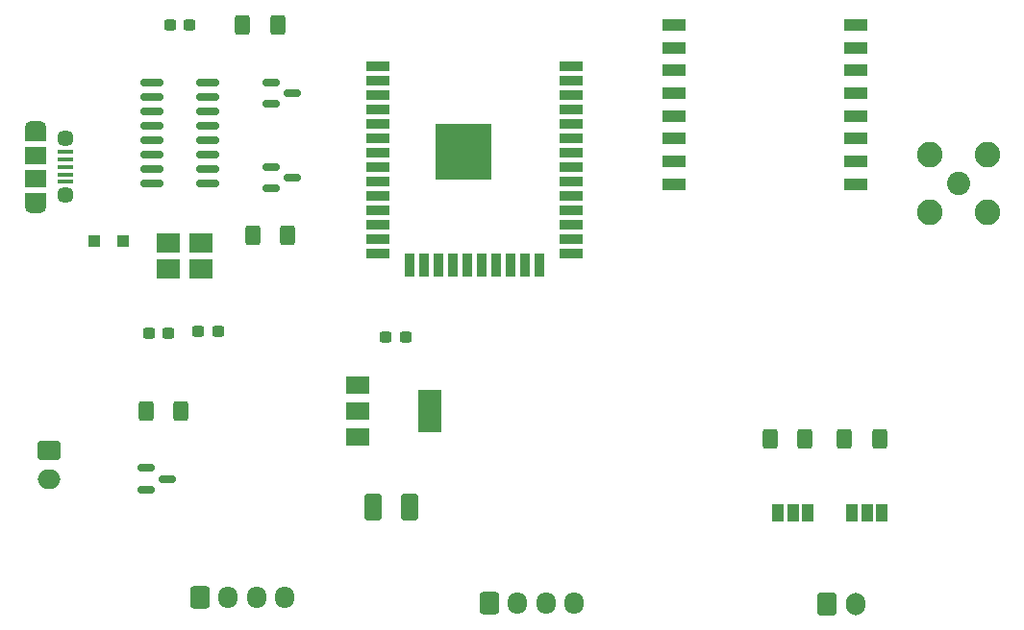
<source format=gbr>
%TF.GenerationSoftware,KiCad,Pcbnew,(6.0.5)*%
%TF.CreationDate,2022-06-07T20:50:39+02:00*%
%TF.ProjectId,ESP32-LoRA-ADIO,45535033-322d-44c6-9f52-412d4144494f,rev?*%
%TF.SameCoordinates,Original*%
%TF.FileFunction,Soldermask,Top*%
%TF.FilePolarity,Negative*%
%FSLAX46Y46*%
G04 Gerber Fmt 4.6, Leading zero omitted, Abs format (unit mm)*
G04 Created by KiCad (PCBNEW (6.0.5)) date 2022-06-07 20:50:39*
%MOMM*%
%LPD*%
G01*
G04 APERTURE LIST*
G04 Aperture macros list*
%AMRoundRect*
0 Rectangle with rounded corners*
0 $1 Rounding radius*
0 $2 $3 $4 $5 $6 $7 $8 $9 X,Y pos of 4 corners*
0 Add a 4 corners polygon primitive as box body*
4,1,4,$2,$3,$4,$5,$6,$7,$8,$9,$2,$3,0*
0 Add four circle primitives for the rounded corners*
1,1,$1+$1,$2,$3*
1,1,$1+$1,$4,$5*
1,1,$1+$1,$6,$7*
1,1,$1+$1,$8,$9*
0 Add four rect primitives between the rounded corners*
20,1,$1+$1,$2,$3,$4,$5,0*
20,1,$1+$1,$4,$5,$6,$7,0*
20,1,$1+$1,$6,$7,$8,$9,0*
20,1,$1+$1,$8,$9,$2,$3,0*%
G04 Aperture macros list end*
%ADD10R,5.000000X5.000000*%
%ADD11R,2.000000X0.900000*%
%ADD12R,0.900000X2.000000*%
%ADD13RoundRect,0.237500X-0.300000X-0.237500X0.300000X-0.237500X0.300000X0.237500X-0.300000X0.237500X0*%
%ADD14RoundRect,0.250000X-0.400000X-0.625000X0.400000X-0.625000X0.400000X0.625000X-0.400000X0.625000X0*%
%ADD15R,1.000000X1.500000*%
%ADD16RoundRect,0.150000X0.825000X0.150000X-0.825000X0.150000X-0.825000X-0.150000X0.825000X-0.150000X0*%
%ADD17R,2.000000X1.500000*%
%ADD18R,2.000000X3.800000*%
%ADD19R,1.000000X1.000000*%
%ADD20O,1.700000X1.950000*%
%ADD21RoundRect,0.250000X-0.600000X-0.725000X0.600000X-0.725000X0.600000X0.725000X-0.600000X0.725000X0*%
%ADD22R,1.350000X0.400000*%
%ADD23O,1.900000X1.200000*%
%ADD24R,1.900000X1.500000*%
%ADD25C,1.450000*%
%ADD26R,1.900000X1.200000*%
%ADD27C,2.250000*%
%ADD28C,2.050000*%
%ADD29RoundRect,0.237500X0.300000X0.237500X-0.300000X0.237500X-0.300000X-0.237500X0.300000X-0.237500X0*%
%ADD30R,2.000000X1.000000*%
%ADD31O,2.000000X1.700000*%
%ADD32RoundRect,0.250000X-0.750000X0.600000X-0.750000X-0.600000X0.750000X-0.600000X0.750000X0.600000X0*%
%ADD33RoundRect,0.150000X-0.587500X-0.150000X0.587500X-0.150000X0.587500X0.150000X-0.587500X0.150000X0*%
%ADD34O,1.700000X2.000000*%
%ADD35RoundRect,0.250000X-0.600000X-0.750000X0.600000X-0.750000X0.600000X0.750000X-0.600000X0.750000X0*%
%ADD36RoundRect,0.250001X-0.499999X-0.924999X0.499999X-0.924999X0.499999X0.924999X-0.499999X0.924999X0*%
%ADD37R,2.100000X1.800000*%
G04 APERTURE END LIST*
D10*
%TO.C,U3*%
X156475000Y-41645000D03*
D11*
X165975000Y-34145000D03*
X165975000Y-35415000D03*
X165975000Y-36685000D03*
X165975000Y-37955000D03*
X165975000Y-39225000D03*
X165975000Y-40495000D03*
X165975000Y-41765000D03*
X165975000Y-43035000D03*
X165975000Y-44305000D03*
X165975000Y-45575000D03*
X165975000Y-46845000D03*
X165975000Y-48115000D03*
X165975000Y-49385000D03*
X165975000Y-50655000D03*
D12*
X163190000Y-51655000D03*
X161920000Y-51655000D03*
X160650000Y-51655000D03*
X159380000Y-51655000D03*
X158110000Y-51655000D03*
X156840000Y-51655000D03*
X155570000Y-51655000D03*
X154300000Y-51655000D03*
X153030000Y-51655000D03*
X151760000Y-51655000D03*
D11*
X148975000Y-50655000D03*
X148975000Y-49385000D03*
X148975000Y-48115000D03*
X148975000Y-46845000D03*
X148975000Y-45575000D03*
X148975000Y-44305000D03*
X148975000Y-43035000D03*
X148975000Y-41765000D03*
X148975000Y-40495000D03*
X148975000Y-39225000D03*
X148975000Y-37955000D03*
X148975000Y-36685000D03*
X148975000Y-35415000D03*
X148975000Y-34145000D03*
%TD*%
D13*
%TO.C,C1*%
X151362500Y-58000000D03*
X149637500Y-58000000D03*
%TD*%
D14*
%TO.C,R1*%
X131600000Y-64500000D03*
X128500000Y-64500000D03*
%TD*%
D15*
%TO.C,JP2*%
X184200000Y-73500000D03*
X185500000Y-73500000D03*
X186800000Y-73500000D03*
%TD*%
D13*
%TO.C,C2*%
X130487500Y-57650000D03*
X128762500Y-57650000D03*
%TD*%
D16*
%TO.C,U2*%
X129025000Y-44445000D03*
X129025000Y-43175000D03*
X129025000Y-41905000D03*
X129025000Y-40635000D03*
X129025000Y-39365000D03*
X129025000Y-38095000D03*
X129025000Y-36825000D03*
X129025000Y-35555000D03*
X133975000Y-35555000D03*
X133975000Y-36825000D03*
X133975000Y-38095000D03*
X133975000Y-39365000D03*
X133975000Y-40635000D03*
X133975000Y-41905000D03*
X133975000Y-43175000D03*
X133975000Y-44445000D03*
%TD*%
D17*
%TO.C,U1*%
X147200000Y-66800000D03*
D18*
X153500000Y-64500000D03*
D17*
X147200000Y-64500000D03*
X147200000Y-62200000D03*
%TD*%
D13*
%TO.C,C4*%
X132362500Y-30500000D03*
X130637500Y-30500000D03*
%TD*%
D19*
%TO.C,D1*%
X126500000Y-49500000D03*
X124000000Y-49500000D03*
%TD*%
D20*
%TO.C,J5*%
X140750000Y-80975000D03*
X138250000Y-80975000D03*
X135750000Y-80975000D03*
D21*
X133250000Y-80975000D03*
%TD*%
D14*
%TO.C,R2*%
X141000000Y-49000000D03*
X137900000Y-49000000D03*
%TD*%
D20*
%TO.C,J3*%
X166250000Y-81475000D03*
X163750000Y-81475000D03*
X161250000Y-81475000D03*
D21*
X158750000Y-81475000D03*
%TD*%
D22*
%TO.C,J1*%
X121462500Y-41700000D03*
X121462500Y-42350000D03*
X121462500Y-43000000D03*
X121462500Y-43650000D03*
X121462500Y-44300000D03*
D23*
X118762500Y-46500000D03*
D24*
X118762500Y-42000000D03*
D25*
X121462500Y-40500000D03*
D23*
X118762500Y-39500000D03*
D26*
X118762500Y-45900000D03*
D24*
X118762500Y-44000000D03*
D26*
X118762500Y-40100000D03*
D25*
X121462500Y-45500000D03*
%TD*%
D27*
%TO.C,J6*%
X202580000Y-41920000D03*
X197500000Y-47000000D03*
X197500000Y-41920000D03*
X202580000Y-47000000D03*
D28*
X200040000Y-44460000D03*
%TD*%
D14*
%TO.C,R3*%
X140100000Y-30500000D03*
X137000000Y-30500000D03*
%TD*%
D29*
%TO.C,C3*%
X133137500Y-57500000D03*
X134862500Y-57500000D03*
%TD*%
D14*
%TO.C,R4*%
X193100000Y-67000000D03*
X190000000Y-67000000D03*
%TD*%
D30*
%TO.C,U4*%
X191000000Y-30500000D03*
X191000000Y-32500000D03*
X191000000Y-34500000D03*
X191000000Y-36500000D03*
X191000000Y-38500000D03*
X191000000Y-40500000D03*
X191000000Y-42500000D03*
X191000000Y-44500000D03*
X175000000Y-44500000D03*
X175000000Y-42500000D03*
X175000000Y-40500000D03*
X175000000Y-38500000D03*
X175000000Y-36500000D03*
X175000000Y-34500000D03*
X175000000Y-32500000D03*
X175000000Y-30500000D03*
%TD*%
D15*
%TO.C,JP1*%
X193300000Y-73500000D03*
X192000000Y-73500000D03*
X190700000Y-73500000D03*
%TD*%
D31*
%TO.C,J2*%
X120000000Y-70500000D03*
D32*
X120000000Y-68000000D03*
%TD*%
D33*
%TO.C,Q2*%
X141437500Y-36500000D03*
X139562500Y-37450000D03*
X139562500Y-35550000D03*
%TD*%
%TO.C,Q1*%
X130437500Y-70500000D03*
X128562500Y-71450000D03*
X128562500Y-69550000D03*
%TD*%
D34*
%TO.C,J4*%
X191000000Y-81500000D03*
D35*
X188500000Y-81500000D03*
%TD*%
D33*
%TO.C,Q3*%
X141375000Y-43950000D03*
X139500000Y-44900000D03*
X139500000Y-43000000D03*
%TD*%
D36*
%TO.C,C5*%
X151750000Y-73000000D03*
X148500000Y-73000000D03*
%TD*%
D37*
%TO.C,Y1*%
X130500000Y-49700000D03*
X133400000Y-49700000D03*
X133400000Y-52000000D03*
X130500000Y-52000000D03*
%TD*%
D14*
%TO.C,R5*%
X186550000Y-67000000D03*
X183450000Y-67000000D03*
%TD*%
M02*

</source>
